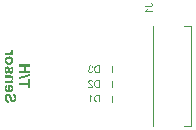
<source format=gbo>
G04*
G04 #@! TF.GenerationSoftware,Altium Limited,Altium Designer,20.0.13 (296)*
G04*
G04 Layer_Color=32896*
%FSLAX25Y25*%
%MOIN*%
G70*
G01*
G75*
%ADD11C,0.00197*%
%ADD24C,0.00394*%
G36*
X49665Y38334D02*
X49698Y38249D01*
X49724Y38170D01*
X49740Y38095D01*
X49747Y38062D01*
X49750Y38036D01*
X49753Y38010D01*
Y37987D01*
X49757Y37967D01*
Y37944D01*
X49753Y37878D01*
X49744Y37819D01*
X49727Y37767D01*
X49714Y37721D01*
X49698Y37682D01*
X49681Y37652D01*
X49671Y37636D01*
X49668Y37629D01*
X49652Y37603D01*
X49629Y37577D01*
X49576Y37524D01*
X49517Y37472D01*
X49455Y37422D01*
X49399Y37383D01*
X49373Y37363D01*
X49353Y37350D01*
X49334Y37337D01*
X49320Y37327D01*
X49310Y37324D01*
X49307Y37321D01*
X49698D01*
Y36648D01*
X46955D01*
Y37373D01*
X47802D01*
X47926D01*
X48041Y37377D01*
X48146Y37380D01*
X48238Y37383D01*
X48323Y37386D01*
X48399Y37393D01*
X48464Y37396D01*
X48520Y37403D01*
X48569Y37409D01*
X48612Y37413D01*
X48645Y37419D01*
X48671Y37422D01*
X48694Y37426D01*
X48707Y37429D01*
X48714Y37432D01*
X48717D01*
X48792Y37455D01*
X48858Y37482D01*
X48910Y37511D01*
X48953Y37537D01*
X48983Y37560D01*
X49005Y37580D01*
X49019Y37593D01*
X49022Y37596D01*
X49051Y37639D01*
X49071Y37682D01*
X49088Y37728D01*
X49097Y37767D01*
X49104Y37803D01*
X49107Y37829D01*
Y37855D01*
X49101Y37914D01*
X49088Y37977D01*
X49068Y38033D01*
X49048Y38085D01*
X49025Y38131D01*
X49005Y38167D01*
X48996Y38180D01*
X48992Y38190D01*
X48986Y38193D01*
Y38197D01*
X49619Y38423D01*
X49665Y38334D01*
D02*
G37*
G36*
X48445Y36110D02*
X48550Y36097D01*
X48654Y36078D01*
X48750Y36051D01*
X48838Y36022D01*
X48924Y35986D01*
X49002Y35950D01*
X49071Y35914D01*
X49133Y35878D01*
X49189Y35842D01*
X49238Y35805D01*
X49278Y35776D01*
X49307Y35750D01*
X49330Y35730D01*
X49347Y35717D01*
X49350Y35714D01*
X49422Y35638D01*
X49484Y35556D01*
X49540Y35471D01*
X49586Y35389D01*
X49625Y35304D01*
X49658Y35218D01*
X49684Y35136D01*
X49707Y35058D01*
X49724Y34982D01*
X49734Y34913D01*
X49744Y34854D01*
X49750Y34798D01*
X49753Y34756D01*
X49757Y34723D01*
Y34697D01*
X49753Y34621D01*
X49750Y34549D01*
X49727Y34411D01*
X49714Y34349D01*
X49701Y34287D01*
X49684Y34231D01*
X49668Y34179D01*
X49648Y34133D01*
X49632Y34090D01*
X49619Y34054D01*
X49606Y34024D01*
X49593Y33998D01*
X49583Y33982D01*
X49580Y33969D01*
X49576Y33965D01*
X49540Y33906D01*
X49504Y33851D01*
X49461Y33798D01*
X49422Y33749D01*
X49379Y33706D01*
X49337Y33664D01*
X49294Y33628D01*
X49251Y33591D01*
X49212Y33562D01*
X49176Y33536D01*
X49147Y33516D01*
X49117Y33496D01*
X49094Y33483D01*
X49078Y33473D01*
X49064Y33467D01*
X49061Y33464D01*
X48999Y33434D01*
X48933Y33404D01*
X48871Y33382D01*
X48809Y33362D01*
X48691Y33329D01*
X48638Y33319D01*
X48586Y33309D01*
X48536Y33303D01*
X48494Y33296D01*
X48458Y33293D01*
X48425Y33290D01*
X48399Y33286D01*
X48379D01*
X48366D01*
X48363D01*
X48277Y33290D01*
X48192Y33293D01*
X48113Y33303D01*
X48038Y33313D01*
X47966Y33329D01*
X47900Y33342D01*
X47841Y33359D01*
X47785Y33375D01*
X47733Y33391D01*
X47690Y33408D01*
X47651Y33424D01*
X47618Y33437D01*
X47592Y33447D01*
X47575Y33457D01*
X47562Y33460D01*
X47559Y33464D01*
X47500Y33500D01*
X47444Y33536D01*
X47392Y33578D01*
X47343Y33621D01*
X47297Y33664D01*
X47257Y33706D01*
X47221Y33749D01*
X47188Y33788D01*
X47159Y33828D01*
X47133Y33864D01*
X47110Y33896D01*
X47093Y33926D01*
X47077Y33949D01*
X47067Y33965D01*
X47064Y33979D01*
X47060Y33982D01*
X47031Y34047D01*
X47005Y34110D01*
X46982Y34175D01*
X46965Y34238D01*
X46933Y34359D01*
X46923Y34415D01*
X46913Y34470D01*
X46906Y34520D01*
X46903Y34562D01*
X46900Y34602D01*
X46896Y34635D01*
X46893Y34664D01*
Y34700D01*
X46896Y34812D01*
X46910Y34920D01*
X46929Y35022D01*
X46955Y35117D01*
X46988Y35205D01*
X47021Y35287D01*
X47057Y35366D01*
X47096Y35435D01*
X47136Y35497D01*
X47172Y35553D01*
X47205Y35599D01*
X47238Y35638D01*
X47264Y35671D01*
X47284Y35691D01*
X47297Y35707D01*
X47300Y35710D01*
X47379Y35783D01*
X47461Y35845D01*
X47546Y35897D01*
X47634Y35943D01*
X47720Y35983D01*
X47805Y36015D01*
X47890Y36042D01*
X47969Y36065D01*
X48044Y36081D01*
X48113Y36094D01*
X48172Y36101D01*
X48228Y36107D01*
X48271Y36110D01*
X48304Y36114D01*
X48313D01*
X48323D01*
X48327D01*
X48330D01*
X48445Y36110D01*
D02*
G37*
G36*
X55407Y32757D02*
X53918D01*
Y31264D01*
X55407D01*
Y30500D01*
X51625D01*
Y31264D01*
X53278D01*
Y32757D01*
X51625D01*
Y33521D01*
X55407D01*
Y32757D01*
D02*
G37*
G36*
X47874Y32814D02*
X47933Y32808D01*
X47989Y32798D01*
X48041Y32781D01*
X48090Y32765D01*
X48133Y32745D01*
X48172Y32726D01*
X48208Y32703D01*
X48241Y32683D01*
X48271Y32660D01*
X48294Y32640D01*
X48313Y32624D01*
X48330Y32607D01*
X48340Y32598D01*
X48346Y32591D01*
X48349Y32588D01*
X48386Y32542D01*
X48418Y32486D01*
X48451Y32427D01*
X48481Y32365D01*
X48536Y32230D01*
X48582Y32096D01*
X48602Y32034D01*
X48618Y31974D01*
X48635Y31919D01*
X48648Y31873D01*
X48658Y31833D01*
X48664Y31804D01*
X48671Y31784D01*
Y31778D01*
X48694Y31676D01*
X48717Y31584D01*
X48740Y31502D01*
X48759Y31430D01*
X48776Y31364D01*
X48792Y31312D01*
X48809Y31266D01*
X48822Y31227D01*
X48835Y31194D01*
X48845Y31164D01*
X48855Y31145D01*
X48861Y31128D01*
X48868Y31118D01*
X48871Y31112D01*
X48874Y31105D01*
X48897Y31082D01*
X48917Y31063D01*
X48940Y31049D01*
X48960Y31043D01*
X48979Y31036D01*
X48992Y31033D01*
X49002D01*
X49005D01*
X49038Y31036D01*
X49068Y31046D01*
X49094Y31059D01*
X49114Y31076D01*
X49130Y31089D01*
X49143Y31102D01*
X49150Y31112D01*
X49153Y31115D01*
X49166Y31141D01*
X49179Y31168D01*
X49199Y31233D01*
X49215Y31299D01*
X49225Y31368D01*
X49232Y31430D01*
Y31456D01*
X49235Y31479D01*
Y31525D01*
X49232Y31604D01*
X49222Y31676D01*
X49206Y31735D01*
X49192Y31784D01*
X49176Y31824D01*
X49160Y31850D01*
X49150Y31866D01*
X49147Y31873D01*
X49110Y31915D01*
X49074Y31951D01*
X49032Y31981D01*
X48992Y32004D01*
X48960Y32024D01*
X48930Y32034D01*
X48910Y32040D01*
X48907Y32043D01*
X48904D01*
X49032Y32726D01*
X49097Y32703D01*
X49156Y32680D01*
X49215Y32650D01*
X49268Y32621D01*
X49317Y32591D01*
X49360Y32558D01*
X49399Y32529D01*
X49435Y32496D01*
X49468Y32466D01*
X49498Y32437D01*
X49520Y32411D01*
X49540Y32391D01*
X49553Y32371D01*
X49563Y32358D01*
X49570Y32348D01*
X49573Y32345D01*
X49606Y32289D01*
X49635Y32230D01*
X49658Y32168D01*
X49678Y32099D01*
X49711Y31961D01*
X49734Y31827D01*
X49740Y31765D01*
X49747Y31705D01*
X49750Y31650D01*
X49753Y31604D01*
X49757Y31564D01*
Y31512D01*
X49753Y31404D01*
X49747Y31305D01*
X49734Y31214D01*
X49717Y31128D01*
X49701Y31049D01*
X49681Y30977D01*
X49658Y30912D01*
X49635Y30856D01*
X49612Y30803D01*
X49589Y30761D01*
X49570Y30722D01*
X49553Y30692D01*
X49537Y30669D01*
X49524Y30653D01*
X49517Y30643D01*
X49514Y30639D01*
X49468Y30590D01*
X49419Y30548D01*
X49370Y30512D01*
X49317Y30479D01*
X49268Y30452D01*
X49219Y30430D01*
X49169Y30410D01*
X49124Y30397D01*
X49081Y30384D01*
X49038Y30377D01*
X49005Y30371D01*
X48973Y30364D01*
X48950D01*
X48930Y30361D01*
X48917D01*
X48914D01*
X48842Y30364D01*
X48776Y30374D01*
X48710Y30390D01*
X48651Y30410D01*
X48595Y30436D01*
X48546Y30462D01*
X48500Y30492D01*
X48458Y30521D01*
X48422Y30551D01*
X48389Y30580D01*
X48359Y30607D01*
X48340Y30633D01*
X48320Y30653D01*
X48307Y30669D01*
X48300Y30679D01*
X48297Y30682D01*
X48284Y30705D01*
X48267Y30735D01*
X48238Y30797D01*
X48205Y30872D01*
X48176Y30954D01*
X48146Y31046D01*
X48117Y31138D01*
X48064Y31328D01*
X48038Y31417D01*
X48015Y31505D01*
X47995Y31584D01*
X47979Y31653D01*
X47972Y31686D01*
X47966Y31712D01*
X47959Y31735D01*
X47956Y31755D01*
X47953Y31771D01*
X47949Y31784D01*
X47946Y31791D01*
Y31794D01*
X47930Y31860D01*
X47913Y31912D01*
X47897Y31951D01*
X47880Y31984D01*
X47871Y32010D01*
X47861Y32024D01*
X47854Y32034D01*
X47851Y32037D01*
X47828Y32053D01*
X47805Y32066D01*
X47782Y32076D01*
X47762Y32083D01*
X47743Y32086D01*
X47726Y32089D01*
X47716D01*
X47713D01*
X47671Y32086D01*
X47631Y32073D01*
X47598Y32060D01*
X47572Y32040D01*
X47549Y32024D01*
X47533Y32007D01*
X47523Y31994D01*
X47520Y31991D01*
X47487Y31932D01*
X47461Y31866D01*
X47444Y31797D01*
X47431Y31728D01*
X47425Y31666D01*
X47421Y31640D01*
Y31617D01*
X47418Y31597D01*
Y31571D01*
X47421Y31479D01*
X47434Y31400D01*
X47451Y31332D01*
X47474Y31276D01*
X47493Y31233D01*
X47510Y31200D01*
X47523Y31181D01*
X47526Y31177D01*
Y31174D01*
X47572Y31125D01*
X47621Y31086D01*
X47677Y31053D01*
X47726Y31027D01*
X47776Y31010D01*
X47812Y30997D01*
X47828Y30994D01*
X47838Y30990D01*
X47844Y30987D01*
X47848D01*
X47736Y30259D01*
X47664Y30279D01*
X47598Y30305D01*
X47533Y30334D01*
X47474Y30367D01*
X47421Y30400D01*
X47369Y30436D01*
X47323Y30472D01*
X47280Y30508D01*
X47244Y30541D01*
X47211Y30574D01*
X47185Y30603D01*
X47162Y30630D01*
X47142Y30653D01*
X47129Y30669D01*
X47123Y30679D01*
X47120Y30682D01*
X47080Y30748D01*
X47044Y30813D01*
X47014Y30885D01*
X46988Y30961D01*
X46965Y31033D01*
X46949Y31108D01*
X46933Y31181D01*
X46923Y31250D01*
X46913Y31315D01*
X46906Y31378D01*
X46900Y31430D01*
X46896Y31479D01*
X46893Y31519D01*
Y31571D01*
X46896Y31683D01*
X46906Y31787D01*
X46919Y31886D01*
X46936Y31978D01*
X46955Y32060D01*
X46978Y32138D01*
X47001Y32207D01*
X47028Y32270D01*
X47054Y32322D01*
X47077Y32371D01*
X47100Y32411D01*
X47120Y32443D01*
X47136Y32470D01*
X47152Y32489D01*
X47159Y32499D01*
X47162Y32502D01*
X47215Y32558D01*
X47267Y32607D01*
X47323Y32650D01*
X47379Y32686D01*
X47434Y32716D01*
X47487Y32742D01*
X47539Y32762D01*
X47589Y32778D01*
X47634Y32791D01*
X47677Y32801D01*
X47716Y32808D01*
X47749Y32814D01*
X47776D01*
X47795Y32817D01*
X47808D01*
X47812D01*
X47874Y32814D01*
D02*
G37*
G36*
X55472Y29575D02*
X51559Y28640D01*
Y29172D01*
X55472Y30120D01*
Y29575D01*
D02*
G37*
G36*
X48769Y29774D02*
X48818D01*
X48868Y29770D01*
X48910Y29767D01*
X48950Y29764D01*
X48986Y29760D01*
X49019Y29757D01*
X49048Y29751D01*
X49074Y29747D01*
X49094Y29744D01*
X49110Y29741D01*
X49127Y29737D01*
X49137D01*
X49140Y29734D01*
X49143D01*
X49206Y29718D01*
X49265Y29695D01*
X49314Y29672D01*
X49360Y29649D01*
X49396Y29626D01*
X49425Y29610D01*
X49442Y29596D01*
X49448Y29593D01*
X49498Y29550D01*
X49540Y29505D01*
X49576Y29452D01*
X49609Y29403D01*
X49635Y29360D01*
X49652Y29324D01*
X49658Y29311D01*
X49665Y29301D01*
X49668Y29295D01*
Y29291D01*
X49698Y29216D01*
X49720Y29140D01*
X49734Y29068D01*
X49747Y29000D01*
X49753Y28940D01*
Y28918D01*
X49757Y28894D01*
Y28855D01*
X49750Y28757D01*
X49737Y28662D01*
X49714Y28570D01*
X49684Y28484D01*
X49648Y28406D01*
X49609Y28330D01*
X49570Y28262D01*
X49527Y28199D01*
X49481Y28143D01*
X49442Y28094D01*
X49402Y28052D01*
X49366Y28019D01*
X49337Y27989D01*
X49314Y27970D01*
X49301Y27956D01*
X49294Y27953D01*
X49698D01*
Y27281D01*
X46955D01*
Y28006D01*
X48195D01*
X48277D01*
X48353Y28009D01*
X48425Y28012D01*
X48487Y28016D01*
X48546Y28019D01*
X48595Y28022D01*
X48641Y28029D01*
X48684Y28032D01*
X48717Y28038D01*
X48746Y28042D01*
X48773Y28045D01*
X48792Y28052D01*
X48805Y28055D01*
X48818D01*
X48822Y28058D01*
X48825D01*
X48887Y28084D01*
X48940Y28114D01*
X48986Y28147D01*
X49025Y28179D01*
X49055Y28212D01*
X49078Y28238D01*
X49094Y28255D01*
X49097Y28262D01*
X49133Y28321D01*
X49160Y28380D01*
X49176Y28435D01*
X49189Y28488D01*
X49196Y28534D01*
X49202Y28570D01*
Y28603D01*
X49199Y28655D01*
X49189Y28704D01*
X49179Y28747D01*
X49166Y28783D01*
X49150Y28813D01*
X49140Y28832D01*
X49130Y28849D01*
X49127Y28852D01*
X49097Y28888D01*
X49064Y28921D01*
X49032Y28947D01*
X48999Y28967D01*
X48969Y28983D01*
X48946Y28993D01*
X48930Y29000D01*
X48924Y29003D01*
X48897Y29013D01*
X48861Y29019D01*
X48822Y29026D01*
X48779Y29032D01*
X48687Y29039D01*
X48589Y29045D01*
X48543Y29049D01*
X48500D01*
X48461Y29052D01*
X48425D01*
X48395D01*
X48372D01*
X48359D01*
X48353D01*
X46955D01*
Y29777D01*
X48658D01*
X48717D01*
X48769Y29774D01*
D02*
G37*
G36*
X55407Y25534D02*
X54767D01*
Y26656D01*
X51625D01*
Y27420D01*
X54767D01*
Y28539D01*
X55407D01*
Y25534D01*
D02*
G37*
G36*
X48408Y26684D02*
X48540Y26667D01*
X48661Y26644D01*
X48769Y26621D01*
X48871Y26592D01*
X48963Y26559D01*
X49045Y26530D01*
X49117Y26497D01*
X49179Y26464D01*
X49232Y26434D01*
X49274Y26408D01*
X49307Y26385D01*
X49330Y26369D01*
X49347Y26356D01*
X49350Y26353D01*
X49422Y26284D01*
X49484Y26212D01*
X49540Y26133D01*
X49586Y26054D01*
X49625Y25972D01*
X49658Y25893D01*
X49684Y25815D01*
X49707Y25739D01*
X49724Y25667D01*
X49734Y25601D01*
X49744Y25542D01*
X49750Y25490D01*
X49753Y25447D01*
X49757Y25414D01*
Y25388D01*
X49753Y25290D01*
X49740Y25195D01*
X49720Y25103D01*
X49698Y25021D01*
X49668Y24939D01*
X49635Y24867D01*
X49599Y24798D01*
X49563Y24735D01*
X49527Y24680D01*
X49491Y24631D01*
X49458Y24588D01*
X49429Y24555D01*
X49406Y24526D01*
X49386Y24506D01*
X49373Y24493D01*
X49370Y24489D01*
X49294Y24427D01*
X49212Y24371D01*
X49127Y24326D01*
X49038Y24286D01*
X48950Y24250D01*
X48861Y24220D01*
X48776Y24198D01*
X48691Y24181D01*
X48612Y24165D01*
X48540Y24155D01*
X48474Y24145D01*
X48415Y24142D01*
X48369Y24138D01*
X48333Y24135D01*
X48320D01*
X48310D01*
X48307D01*
X48304D01*
X48199Y24138D01*
X48100Y24148D01*
X48005Y24161D01*
X47916Y24178D01*
X47831Y24198D01*
X47752Y24220D01*
X47684Y24243D01*
X47618Y24270D01*
X47559Y24296D01*
X47506Y24319D01*
X47464Y24342D01*
X47428Y24362D01*
X47398Y24378D01*
X47375Y24394D01*
X47362Y24401D01*
X47359Y24404D01*
X47277Y24473D01*
X47205Y24548D01*
X47142Y24631D01*
X47090Y24716D01*
X47044Y24801D01*
X47008Y24890D01*
X46975Y24978D01*
X46952Y25060D01*
X46933Y25142D01*
X46919Y25218D01*
X46906Y25283D01*
X46900Y25342D01*
X46896Y25392D01*
Y25411D01*
X46893Y25431D01*
Y25460D01*
X46896Y25542D01*
X46903Y25621D01*
X46913Y25697D01*
X46926Y25769D01*
X46942Y25834D01*
X46959Y25897D01*
X46978Y25952D01*
X46998Y26005D01*
X47014Y26051D01*
X47034Y26093D01*
X47051Y26129D01*
X47067Y26159D01*
X47080Y26182D01*
X47090Y26198D01*
X47096Y26208D01*
X47100Y26212D01*
X47139Y26267D01*
X47185Y26316D01*
X47231Y26366D01*
X47284Y26408D01*
X47333Y26448D01*
X47382Y26484D01*
X47431Y26517D01*
X47480Y26546D01*
X47526Y26572D01*
X47569Y26595D01*
X47608Y26612D01*
X47641Y26628D01*
X47667Y26638D01*
X47690Y26648D01*
X47703Y26654D01*
X47707D01*
X47828Y25933D01*
X47756Y25906D01*
X47693Y25880D01*
X47641Y25851D01*
X47598Y25821D01*
X47566Y25795D01*
X47543Y25775D01*
X47530Y25762D01*
X47526Y25756D01*
X47497Y25710D01*
X47474Y25664D01*
X47457Y25615D01*
X47447Y25569D01*
X47441Y25529D01*
X47434Y25500D01*
Y25470D01*
X47438Y25424D01*
X47441Y25382D01*
X47461Y25300D01*
X47490Y25227D01*
X47523Y25168D01*
X47556Y25119D01*
X47572Y25100D01*
X47585Y25083D01*
X47595Y25070D01*
X47605Y25060D01*
X47608Y25057D01*
X47611Y25054D01*
X47648Y25024D01*
X47684Y24998D01*
X47726Y24975D01*
X47766Y24955D01*
X47851Y24926D01*
X47933Y24903D01*
X47969Y24896D01*
X48005Y24890D01*
X48035Y24886D01*
X48064Y24883D01*
X48087D01*
X48103Y24880D01*
X48113D01*
X48117D01*
Y26694D01*
X48267D01*
X48408Y26684D01*
D02*
G37*
G36*
X48186Y23702D02*
X48245Y23696D01*
X48304Y23686D01*
X48356Y23673D01*
X48405Y23660D01*
X48451Y23647D01*
X48491Y23633D01*
X48530Y23620D01*
X48563Y23607D01*
X48592Y23594D01*
X48615Y23581D01*
X48632Y23571D01*
X48648Y23564D01*
X48654Y23561D01*
X48658Y23558D01*
X48743Y23496D01*
X48822Y23430D01*
X48887Y23358D01*
X48940Y23292D01*
X48986Y23230D01*
X49002Y23204D01*
X49015Y23184D01*
X49028Y23164D01*
X49035Y23151D01*
X49042Y23141D01*
Y23138D01*
X49068Y23086D01*
X49094Y23027D01*
X49120Y22964D01*
X49143Y22899D01*
X49189Y22761D01*
X49232Y22626D01*
X49248Y22564D01*
X49265Y22505D01*
X49278Y22453D01*
X49291Y22407D01*
X49301Y22367D01*
X49307Y22338D01*
X49314Y22321D01*
Y22315D01*
X49337Y22216D01*
X49363Y22125D01*
X49386Y22043D01*
X49409Y21970D01*
X49432Y21905D01*
X49452Y21849D01*
X49471Y21797D01*
X49491Y21754D01*
X49507Y21718D01*
X49520Y21688D01*
X49534Y21662D01*
X49547Y21646D01*
X49553Y21629D01*
X49560Y21620D01*
X49566Y21616D01*
Y21613D01*
X49602Y21577D01*
X49642Y21547D01*
X49681Y21528D01*
X49717Y21515D01*
X49750Y21508D01*
X49773Y21505D01*
X49789Y21501D01*
X49796D01*
X49848Y21508D01*
X49894Y21521D01*
X49937Y21538D01*
X49970Y21560D01*
X49996Y21583D01*
X50016Y21600D01*
X50029Y21613D01*
X50032Y21620D01*
X50055Y21656D01*
X50078Y21698D01*
X50111Y21780D01*
X50137Y21869D01*
X50153Y21951D01*
X50160Y21990D01*
X50163Y22026D01*
X50167Y22059D01*
Y22085D01*
X50170Y22108D01*
Y22200D01*
X50163Y22253D01*
X50157Y22305D01*
X50150Y22351D01*
X50140Y22397D01*
X50130Y22436D01*
X50117Y22472D01*
X50108Y22502D01*
X50094Y22531D01*
X50081Y22554D01*
X50072Y22577D01*
X50062Y22594D01*
X50055Y22607D01*
X50049Y22617D01*
X50042Y22620D01*
Y22623D01*
X50016Y22653D01*
X49986Y22679D01*
X49924Y22725D01*
X49852Y22764D01*
X49783Y22790D01*
X49720Y22813D01*
X49694Y22820D01*
X49671Y22827D01*
X49652Y22830D01*
X49635Y22833D01*
X49625Y22836D01*
X49622D01*
X49655Y23601D01*
X49750Y23594D01*
X49842Y23578D01*
X49927Y23558D01*
X50006Y23532D01*
X50078Y23502D01*
X50147Y23473D01*
X50209Y23437D01*
X50268Y23404D01*
X50318Y23368D01*
X50363Y23335D01*
X50400Y23305D01*
X50432Y23276D01*
X50455Y23253D01*
X50475Y23236D01*
X50485Y23223D01*
X50488Y23220D01*
X50544Y23148D01*
X50593Y23073D01*
X50636Y22987D01*
X50672Y22902D01*
X50701Y22813D01*
X50727Y22725D01*
X50747Y22636D01*
X50764Y22551D01*
X50777Y22469D01*
X50787Y22394D01*
X50793Y22325D01*
X50800Y22266D01*
Y22216D01*
X50803Y22197D01*
Y22069D01*
X50796Y21990D01*
X50790Y21918D01*
X50783Y21846D01*
X50773Y21780D01*
X50760Y21721D01*
X50747Y21662D01*
X50737Y21613D01*
X50724Y21564D01*
X50711Y21524D01*
X50701Y21488D01*
X50688Y21459D01*
X50682Y21436D01*
X50675Y21416D01*
X50668Y21406D01*
Y21403D01*
X50642Y21347D01*
X50616Y21295D01*
X50583Y21246D01*
X50554Y21200D01*
X50521Y21157D01*
X50488Y21118D01*
X50459Y21082D01*
X50429Y21052D01*
X50400Y21023D01*
X50373Y21000D01*
X50347Y20977D01*
X50327Y20960D01*
X50308Y20947D01*
X50295Y20937D01*
X50288Y20934D01*
X50285Y20931D01*
X50239Y20901D01*
X50190Y20878D01*
X50144Y20855D01*
X50094Y20839D01*
X50006Y20809D01*
X49924Y20790D01*
X49885Y20783D01*
X49852Y20780D01*
X49822Y20776D01*
X49796Y20773D01*
X49776Y20770D01*
X49760D01*
X49750D01*
X49747D01*
X49665Y20773D01*
X49586Y20786D01*
X49511Y20803D01*
X49438Y20826D01*
X49373Y20852D01*
X49307Y20881D01*
X49251Y20911D01*
X49199Y20944D01*
X49150Y20977D01*
X49107Y21006D01*
X49071Y21036D01*
X49042Y21062D01*
X49019Y21085D01*
X48999Y21101D01*
X48989Y21114D01*
X48986Y21118D01*
X48946Y21167D01*
X48907Y21226D01*
X48868Y21288D01*
X48835Y21357D01*
X48769Y21498D01*
X48717Y21639D01*
X48691Y21708D01*
X48671Y21770D01*
X48654Y21826D01*
X48638Y21879D01*
X48628Y21918D01*
X48618Y21951D01*
X48615Y21970D01*
X48612Y21974D01*
Y21977D01*
X48592Y22062D01*
X48572Y22141D01*
X48553Y22213D01*
X48536Y22275D01*
X48520Y22331D01*
X48507Y22380D01*
X48497Y22426D01*
X48487Y22462D01*
X48477Y22495D01*
X48468Y22522D01*
X48461Y22544D01*
X48458Y22561D01*
X48454Y22574D01*
X48451Y22584D01*
X48448Y22590D01*
X48422Y22659D01*
X48392Y22715D01*
X48366Y22764D01*
X48340Y22804D01*
X48317Y22830D01*
X48300Y22850D01*
X48287Y22863D01*
X48284Y22866D01*
X48248Y22892D01*
X48208Y22912D01*
X48169Y22925D01*
X48133Y22935D01*
X48103Y22941D01*
X48077Y22945D01*
X48061D01*
X48054D01*
X48015Y22941D01*
X47979Y22938D01*
X47943Y22928D01*
X47910Y22915D01*
X47848Y22886D01*
X47795Y22853D01*
X47752Y22817D01*
X47720Y22787D01*
X47707Y22774D01*
X47697Y22764D01*
X47693Y22761D01*
X47690Y22758D01*
X47664Y22722D01*
X47641Y22679D01*
X47602Y22590D01*
X47575Y22499D01*
X47556Y22410D01*
X47549Y22367D01*
X47546Y22328D01*
X47539Y22292D01*
Y22262D01*
X47536Y22236D01*
Y22200D01*
X47539Y22138D01*
X47543Y22075D01*
X47552Y22020D01*
X47562Y21967D01*
X47575Y21918D01*
X47592Y21872D01*
X47608Y21829D01*
X47625Y21793D01*
X47638Y21760D01*
X47654Y21731D01*
X47671Y21705D01*
X47684Y21685D01*
X47693Y21669D01*
X47703Y21656D01*
X47707Y21649D01*
X47710Y21646D01*
X47746Y21610D01*
X47782Y21577D01*
X47871Y21518D01*
X47959Y21472D01*
X48051Y21436D01*
X48094Y21419D01*
X48133Y21410D01*
X48169Y21400D01*
X48199Y21390D01*
X48225Y21383D01*
X48245Y21380D01*
X48258Y21377D01*
X48261D01*
X48189Y20632D01*
X48074Y20649D01*
X47966Y20672D01*
X47864Y20701D01*
X47769Y20734D01*
X47684Y20770D01*
X47602Y20809D01*
X47530Y20849D01*
X47467Y20888D01*
X47408Y20927D01*
X47359Y20964D01*
X47316Y20996D01*
X47284Y21026D01*
X47257Y21052D01*
X47238Y21072D01*
X47224Y21085D01*
X47221Y21088D01*
X47162Y21164D01*
X47113Y21246D01*
X47067Y21334D01*
X47031Y21423D01*
X46998Y21515D01*
X46972Y21610D01*
X46949Y21698D01*
X46933Y21787D01*
X46916Y21869D01*
X46906Y21948D01*
X46900Y22016D01*
X46896Y22075D01*
X46893Y22125D01*
X46890Y22144D01*
Y22194D01*
X46893Y22285D01*
X46896Y22371D01*
X46903Y22453D01*
X46913Y22528D01*
X46923Y22600D01*
X46933Y22669D01*
X46946Y22731D01*
X46959Y22787D01*
X46972Y22840D01*
X46985Y22882D01*
X46995Y22922D01*
X47005Y22954D01*
X47014Y22981D01*
X47021Y22997D01*
X47028Y23010D01*
Y23013D01*
X47054Y23073D01*
X47087Y23132D01*
X47116Y23184D01*
X47152Y23233D01*
X47185Y23279D01*
X47221Y23322D01*
X47257Y23358D01*
X47290Y23394D01*
X47323Y23424D01*
X47352Y23450D01*
X47379Y23473D01*
X47402Y23492D01*
X47421Y23505D01*
X47434Y23515D01*
X47444Y23522D01*
X47447Y23525D01*
X47500Y23558D01*
X47556Y23587D01*
X47611Y23610D01*
X47664Y23630D01*
X47766Y23663D01*
X47815Y23676D01*
X47861Y23686D01*
X47900Y23692D01*
X47940Y23699D01*
X47972Y23702D01*
X48002Y23706D01*
X48025Y23709D01*
X48044D01*
X48054D01*
X48058D01*
X48123D01*
X48186Y23702D01*
D02*
G37*
G36*
X75658Y33111D02*
X75710Y33106D01*
X75760Y33098D01*
X75808Y33087D01*
X75852Y33074D01*
X75893Y33058D01*
X75930Y33043D01*
X75965Y33028D01*
X75996Y33010D01*
X76024Y32995D01*
X76046Y32980D01*
X76065Y32967D01*
X76083Y32956D01*
X76094Y32947D01*
X76100Y32943D01*
X76102Y32941D01*
X76137Y32908D01*
X76170Y32871D01*
X76200Y32834D01*
X76227Y32794D01*
X76251Y32753D01*
X76270Y32714D01*
X76290Y32675D01*
X76305Y32638D01*
X76318Y32601D01*
X76329Y32568D01*
X76338Y32537D01*
X76347Y32511D01*
X76351Y32491D01*
X76355Y32474D01*
X76357Y32465D01*
Y32461D01*
X76048Y32406D01*
X76041Y32448D01*
X76033Y32487D01*
X76022Y32522D01*
X76011Y32555D01*
X75998Y32585D01*
X75985Y32614D01*
X75972Y32640D01*
X75959Y32662D01*
X75948Y32681D01*
X75934Y32699D01*
X75924Y32714D01*
X75915Y32725D01*
X75906Y32736D01*
X75900Y32742D01*
X75898Y32744D01*
X75895Y32747D01*
X75871Y32766D01*
X75847Y32784D01*
X75823Y32799D01*
X75797Y32812D01*
X75747Y32832D01*
X75701Y32847D01*
X75660Y32853D01*
X75642Y32856D01*
X75627Y32858D01*
X75614Y32860D01*
X75597D01*
X75564Y32858D01*
X75531Y32856D01*
X75475Y32842D01*
X75422Y32825D01*
X75381Y32803D01*
X75361Y32792D01*
X75346Y32781D01*
X75333Y32773D01*
X75322Y32764D01*
X75311Y32757D01*
X75305Y32751D01*
X75302Y32749D01*
X75300Y32747D01*
X75280Y32725D01*
X75261Y32703D01*
X75246Y32679D01*
X75233Y32657D01*
X75213Y32609D01*
X75200Y32566D01*
X75191Y32526D01*
X75189Y32509D01*
X75187Y32496D01*
X75185Y32483D01*
Y32474D01*
Y32470D01*
Y32467D01*
X75187Y32428D01*
X75191Y32391D01*
X75200Y32359D01*
X75209Y32326D01*
X75222Y32298D01*
X75235Y32271D01*
X75248Y32250D01*
X75263Y32228D01*
X75278Y32208D01*
X75291Y32193D01*
X75305Y32180D01*
X75318Y32169D01*
X75326Y32160D01*
X75335Y32154D01*
X75339Y32151D01*
X75342Y32149D01*
X75372Y32132D01*
X75403Y32117D01*
X75464Y32090D01*
X75523Y32073D01*
X75577Y32060D01*
X75601Y32056D01*
X75625Y32053D01*
X75645Y32049D01*
X75662D01*
X75675Y32047D01*
X75710D01*
X75727Y32049D01*
X75740Y32051D01*
X75745D01*
X75780Y31781D01*
X75732Y31792D01*
X75690Y31800D01*
X75653Y31805D01*
X75621Y31809D01*
X75597Y31811D01*
X75577Y31813D01*
X75562D01*
X75523Y31811D01*
X75485Y31807D01*
X75451Y31800D01*
X75416Y31792D01*
X75385Y31781D01*
X75357Y31770D01*
X75328Y31757D01*
X75305Y31746D01*
X75283Y31733D01*
X75263Y31720D01*
X75248Y31709D01*
X75233Y31698D01*
X75224Y31689D01*
X75215Y31683D01*
X75211Y31678D01*
X75209Y31676D01*
X75185Y31650D01*
X75163Y31622D01*
X75143Y31593D01*
X75128Y31563D01*
X75115Y31534D01*
X75104Y31504D01*
X75086Y31449D01*
X75080Y31423D01*
X75076Y31399D01*
X75073Y31380D01*
X75071Y31360D01*
X75069Y31345D01*
Y31334D01*
Y31327D01*
Y31325D01*
X75071Y31284D01*
X75076Y31245D01*
X75082Y31207D01*
X75093Y31173D01*
X75104Y31140D01*
X75117Y31109D01*
X75130Y31081D01*
X75143Y31055D01*
X75159Y31033D01*
X75172Y31011D01*
X75185Y30994D01*
X75195Y30979D01*
X75206Y30968D01*
X75213Y30959D01*
X75217Y30955D01*
X75220Y30952D01*
X75248Y30926D01*
X75278Y30902D01*
X75309Y30883D01*
X75339Y30865D01*
X75372Y30850D01*
X75403Y30839D01*
X75431Y30828D01*
X75459Y30822D01*
X75488Y30815D01*
X75512Y30811D01*
X75533Y30806D01*
X75551Y30804D01*
X75566Y30802D01*
X75588D01*
X75621Y30804D01*
X75653Y30806D01*
X75714Y30819D01*
X75767Y30839D01*
X75813Y30861D01*
X75832Y30870D01*
X75849Y30880D01*
X75865Y30891D01*
X75876Y30900D01*
X75887Y30907D01*
X75893Y30913D01*
X75898Y30915D01*
X75900Y30918D01*
X75921Y30942D01*
X75943Y30968D01*
X75963Y30996D01*
X75980Y31027D01*
X76011Y31088D01*
X76037Y31151D01*
X76046Y31179D01*
X76054Y31207D01*
X76063Y31231D01*
X76068Y31253D01*
X76072Y31273D01*
X76076Y31286D01*
X76078Y31295D01*
Y31297D01*
X76388Y31255D01*
X76379Y31199D01*
X76368Y31144D01*
X76353Y31092D01*
X76336Y31044D01*
X76316Y30998D01*
X76296Y30955D01*
X76275Y30918D01*
X76253Y30883D01*
X76231Y30850D01*
X76209Y30822D01*
X76192Y30800D01*
X76174Y30780D01*
X76159Y30763D01*
X76148Y30752D01*
X76142Y30745D01*
X76139Y30743D01*
X76098Y30708D01*
X76052Y30678D01*
X76009Y30652D01*
X75961Y30630D01*
X75915Y30610D01*
X75869Y30595D01*
X75826Y30582D01*
X75782Y30571D01*
X75743Y30564D01*
X75706Y30558D01*
X75673Y30553D01*
X75645Y30549D01*
X75623D01*
X75605Y30547D01*
X75590D01*
X75523Y30549D01*
X75459Y30558D01*
X75398Y30569D01*
X75342Y30582D01*
X75287Y30599D01*
X75237Y30619D01*
X75191Y30639D01*
X75150Y30660D01*
X75113Y30682D01*
X75080Y30702D01*
X75052Y30721D01*
X75028Y30739D01*
X75008Y30752D01*
X74995Y30765D01*
X74986Y30771D01*
X74984Y30774D01*
X74940Y30817D01*
X74903Y30863D01*
X74873Y30911D01*
X74844Y30957D01*
X74821Y31005D01*
X74801Y31051D01*
X74786Y31096D01*
X74773Y31138D01*
X74762Y31179D01*
X74755Y31216D01*
X74749Y31249D01*
X74746Y31277D01*
X74744Y31299D01*
X74742Y31317D01*
Y31327D01*
Y31332D01*
X74744Y31378D01*
X74746Y31419D01*
X74753Y31460D01*
X74762Y31497D01*
X74770Y31534D01*
X74781Y31567D01*
X74792Y31598D01*
X74803Y31626D01*
X74816Y31652D01*
X74827Y31674D01*
X74838Y31692D01*
X74847Y31709D01*
X74855Y31720D01*
X74862Y31731D01*
X74864Y31735D01*
X74866Y31737D01*
X74890Y31766D01*
X74916Y31792D01*
X74945Y31818D01*
X74973Y31840D01*
X75002Y31859D01*
X75030Y31877D01*
X75086Y31905D01*
X75113Y31916D01*
X75137Y31927D01*
X75159Y31933D01*
X75176Y31940D01*
X75191Y31944D01*
X75202Y31949D01*
X75211Y31951D01*
X75213D01*
X75154Y31984D01*
X75102Y32016D01*
X75056Y32053D01*
X75021Y32086D01*
X74993Y32117D01*
X74971Y32140D01*
X74964Y32149D01*
X74960Y32156D01*
X74956Y32160D01*
Y32162D01*
X74925Y32215D01*
X74903Y32265D01*
X74888Y32315D01*
X74877Y32361D01*
X74871Y32400D01*
X74869Y32417D01*
Y32433D01*
X74866Y32444D01*
Y32452D01*
Y32457D01*
Y32459D01*
Y32491D01*
X74871Y32522D01*
X74882Y32583D01*
X74897Y32638D01*
X74912Y32686D01*
X74921Y32707D01*
X74929Y32727D01*
X74938Y32742D01*
X74945Y32757D01*
X74951Y32768D01*
X74956Y32777D01*
X74958Y32781D01*
X74960Y32784D01*
X74997Y32838D01*
X75041Y32886D01*
X75084Y32928D01*
X75126Y32960D01*
X75165Y32989D01*
X75180Y33000D01*
X75195Y33008D01*
X75206Y33015D01*
X75215Y33019D01*
X75222Y33023D01*
X75224D01*
X75289Y33054D01*
X75355Y33076D01*
X75420Y33091D01*
X75479Y33102D01*
X75505Y33106D01*
X75529Y33108D01*
X75551Y33111D01*
X75568D01*
X75584Y33113D01*
X75603D01*
X75658Y33111D01*
D02*
G37*
G36*
X78801Y30591D02*
X77896D01*
X77814Y30593D01*
X77737Y30597D01*
X77702Y30599D01*
X77668Y30604D01*
X77637Y30608D01*
X77609Y30612D01*
X77583Y30615D01*
X77561Y30619D01*
X77541Y30623D01*
X77524Y30625D01*
X77511Y30628D01*
X77502Y30630D01*
X77495Y30632D01*
X77493D01*
X77430Y30649D01*
X77371Y30671D01*
X77321Y30691D01*
X77277Y30713D01*
X77258Y30721D01*
X77240Y30730D01*
X77227Y30739D01*
X77214Y30745D01*
X77205Y30750D01*
X77199Y30754D01*
X77195Y30758D01*
X77192D01*
X77147Y30791D01*
X77105Y30828D01*
X77066Y30867D01*
X77031Y30902D01*
X77003Y30935D01*
X76981Y30961D01*
X76974Y30972D01*
X76968Y30979D01*
X76966Y30983D01*
X76964Y30985D01*
X76926Y31042D01*
X76891Y31105D01*
X76863Y31166D01*
X76837Y31223D01*
X76828Y31249D01*
X76817Y31275D01*
X76811Y31297D01*
X76804Y31314D01*
X76798Y31330D01*
X76793Y31343D01*
X76791Y31349D01*
Y31351D01*
X76770Y31436D01*
X76752Y31524D01*
X76741Y31611D01*
X76735Y31650D01*
X76732Y31689D01*
X76730Y31724D01*
X76728Y31757D01*
X76726Y31787D01*
X76724Y31811D01*
Y31831D01*
Y31846D01*
Y31857D01*
Y31859D01*
Y31920D01*
X76728Y31981D01*
X76732Y32040D01*
X76739Y32095D01*
X76748Y32147D01*
X76756Y32195D01*
X76765Y32241D01*
X76774Y32284D01*
X76783Y32322D01*
X76791Y32356D01*
X76800Y32385D01*
X76809Y32411D01*
X76815Y32430D01*
X76820Y32446D01*
X76822Y32454D01*
X76824Y32457D01*
X76844Y32505D01*
X76865Y32550D01*
X76887Y32594D01*
X76911Y32633D01*
X76935Y32673D01*
X76961Y32707D01*
X76985Y32740D01*
X77009Y32771D01*
X77031Y32797D01*
X77053Y32818D01*
X77070Y32840D01*
X77088Y32856D01*
X77101Y32869D01*
X77112Y32877D01*
X77118Y32884D01*
X77121Y32886D01*
X77179Y32932D01*
X77242Y32969D01*
X77304Y33002D01*
X77362Y33026D01*
X77389Y33037D01*
X77413Y33045D01*
X77434Y33052D01*
X77452Y33058D01*
X77467Y33063D01*
X77480Y33065D01*
X77487Y33067D01*
X77489D01*
X77519Y33074D01*
X77552Y33080D01*
X77624Y33089D01*
X77698Y33095D01*
X77770Y33100D01*
X77805Y33102D01*
X77836D01*
X77864Y33104D01*
X78801D01*
Y30591D01*
D02*
G37*
G36*
X95658Y53978D02*
X95719Y53969D01*
X95774Y53961D01*
X95824Y53948D01*
X95872Y53932D01*
X95913Y53917D01*
X95951Y53902D01*
X95983Y53886D01*
X96012Y53869D01*
X96038Y53856D01*
X96057Y53843D01*
X96073Y53830D01*
X96083Y53821D01*
X96090Y53817D01*
X96092Y53815D01*
X96125Y53780D01*
X96155Y53743D01*
X96179Y53701D01*
X96201Y53660D01*
X96221Y53618D01*
X96236Y53577D01*
X96247Y53535D01*
X96258Y53494D01*
X96267Y53457D01*
X96271Y53420D01*
X96275Y53389D01*
X96280Y53361D01*
Y53339D01*
X96282Y53322D01*
Y53307D01*
X96277Y53226D01*
X96269Y53152D01*
X96260Y53117D01*
X96254Y53086D01*
X96245Y53056D01*
X96236Y53030D01*
X96229Y53004D01*
X96221Y52982D01*
X96212Y52964D01*
X96206Y52947D01*
X96201Y52936D01*
X96197Y52925D01*
X96192Y52921D01*
Y52919D01*
X96155Y52860D01*
X96112Y52812D01*
X96068Y52768D01*
X96027Y52736D01*
X95987Y52709D01*
X95972Y52698D01*
X95957Y52692D01*
X95946Y52685D01*
X95935Y52681D01*
X95931Y52677D01*
X95929D01*
X95894Y52663D01*
X95857Y52650D01*
X95778Y52631D01*
X95698Y52618D01*
X95619Y52607D01*
X95582Y52605D01*
X95549Y52602D01*
X95519Y52600D01*
X95493D01*
X95471Y52598D01*
X95453D01*
X95445D01*
X95440D01*
X93727D01*
Y52932D01*
X95458D01*
X95497D01*
X95534Y52934D01*
X95567D01*
X95597Y52936D01*
X95626Y52940D01*
X95652Y52943D01*
X95676Y52945D01*
X95698Y52949D01*
X95715Y52951D01*
X95730Y52956D01*
X95743Y52958D01*
X95754Y52960D01*
X95763Y52962D01*
X95770Y52964D01*
X95772Y52966D01*
X95774D01*
X95809Y52982D01*
X95839Y53001D01*
X95865Y53021D01*
X95887Y53043D01*
X95905Y53062D01*
X95918Y53078D01*
X95926Y53089D01*
X95929Y53093D01*
X95948Y53128D01*
X95961Y53165D01*
X95972Y53200D01*
X95979Y53235D01*
X95983Y53263D01*
X95985Y53287D01*
Y53309D01*
X95983Y53339D01*
X95981Y53370D01*
X95968Y53422D01*
X95953Y53468D01*
X95933Y53505D01*
X95913Y53535D01*
X95896Y53557D01*
X95889Y53564D01*
X95885Y53570D01*
X95883Y53573D01*
X95881Y53575D01*
X95859Y53592D01*
X95833Y53607D01*
X95804Y53620D01*
X95774Y53631D01*
X95709Y53651D01*
X95643Y53664D01*
X95613Y53668D01*
X95582Y53673D01*
X95556Y53675D01*
X95532Y53677D01*
X95512Y53679D01*
X95499Y53682D01*
X95488D01*
X95486D01*
X95527Y53982D01*
X95595D01*
X95658Y53978D01*
D02*
G37*
G36*
X94627Y51890D02*
X94601Y51833D01*
X94575Y51778D01*
X94549Y51728D01*
X94538Y51706D01*
X94525Y51685D01*
X94516Y51667D01*
X94507Y51652D01*
X94501Y51639D01*
X94494Y51630D01*
X94492Y51624D01*
X94490Y51622D01*
X94451Y51556D01*
X94411Y51499D01*
X94374Y51449D01*
X94344Y51406D01*
X94328Y51388D01*
X94315Y51373D01*
X94305Y51360D01*
X94294Y51347D01*
X94287Y51338D01*
X94281Y51332D01*
X94278Y51329D01*
X94276Y51327D01*
X96240D01*
Y51018D01*
X93718D01*
Y51218D01*
X93749Y51233D01*
X93779Y51253D01*
X93840Y51294D01*
X93897Y51340D01*
X93949Y51386D01*
X93971Y51408D01*
X93993Y51427D01*
X94010Y51445D01*
X94025Y51460D01*
X94039Y51475D01*
X94047Y51484D01*
X94054Y51491D01*
X94056Y51493D01*
X94117Y51567D01*
X94174Y51645D01*
X94224Y51722D01*
X94248Y51757D01*
X94267Y51792D01*
X94287Y51824D01*
X94302Y51853D01*
X94318Y51879D01*
X94328Y51901D01*
X94337Y51918D01*
X94344Y51933D01*
X94348Y51942D01*
X94350Y51944D01*
X94649D01*
X94627Y51890D01*
D02*
G37*
G36*
X75444Y23282D02*
X75464Y23252D01*
X75505Y23191D01*
X75551Y23134D01*
X75597Y23082D01*
X75618Y23060D01*
X75638Y23038D01*
X75656Y23021D01*
X75671Y23005D01*
X75686Y22992D01*
X75695Y22984D01*
X75701Y22977D01*
X75703Y22975D01*
X75778Y22914D01*
X75856Y22857D01*
X75932Y22807D01*
X75967Y22783D01*
X76002Y22763D01*
X76035Y22744D01*
X76063Y22729D01*
X76089Y22713D01*
X76111Y22702D01*
X76129Y22694D01*
X76144Y22687D01*
X76152Y22683D01*
X76155Y22681D01*
Y22382D01*
X76100Y22404D01*
X76043Y22430D01*
X75989Y22456D01*
X75939Y22482D01*
X75917Y22493D01*
X75895Y22506D01*
X75878Y22515D01*
X75863Y22524D01*
X75849Y22530D01*
X75841Y22537D01*
X75834Y22539D01*
X75832Y22541D01*
X75767Y22580D01*
X75710Y22620D01*
X75660Y22657D01*
X75616Y22687D01*
X75599Y22702D01*
X75584Y22715D01*
X75570Y22726D01*
X75557Y22737D01*
X75549Y22744D01*
X75542Y22750D01*
X75540Y22753D01*
X75538Y22755D01*
Y20791D01*
X75228D01*
Y23313D01*
X75429D01*
X75444Y23282D01*
D02*
G37*
G36*
X78801Y20791D02*
X77896D01*
X77814Y20793D01*
X77737Y20797D01*
X77702Y20799D01*
X77668Y20804D01*
X77637Y20808D01*
X77609Y20812D01*
X77583Y20814D01*
X77561Y20819D01*
X77541Y20823D01*
X77524Y20825D01*
X77511Y20828D01*
X77502Y20830D01*
X77495Y20832D01*
X77493D01*
X77430Y20849D01*
X77371Y20871D01*
X77321Y20891D01*
X77277Y20913D01*
X77258Y20921D01*
X77240Y20930D01*
X77227Y20939D01*
X77214Y20945D01*
X77205Y20950D01*
X77199Y20954D01*
X77195Y20958D01*
X77192D01*
X77147Y20991D01*
X77105Y21028D01*
X77066Y21067D01*
X77031Y21102D01*
X77003Y21135D01*
X76981Y21161D01*
X76974Y21172D01*
X76968Y21179D01*
X76966Y21183D01*
X76964Y21185D01*
X76926Y21242D01*
X76891Y21305D01*
X76863Y21366D01*
X76837Y21423D01*
X76828Y21449D01*
X76817Y21475D01*
X76811Y21497D01*
X76804Y21514D01*
X76798Y21530D01*
X76793Y21543D01*
X76791Y21549D01*
Y21551D01*
X76770Y21636D01*
X76752Y21724D01*
X76741Y21811D01*
X76735Y21850D01*
X76732Y21889D01*
X76730Y21924D01*
X76728Y21957D01*
X76726Y21987D01*
X76724Y22011D01*
Y22031D01*
Y22046D01*
Y22057D01*
Y22059D01*
Y22120D01*
X76728Y22181D01*
X76732Y22240D01*
X76739Y22295D01*
X76748Y22347D01*
X76756Y22395D01*
X76765Y22441D01*
X76774Y22484D01*
X76783Y22522D01*
X76791Y22556D01*
X76800Y22585D01*
X76809Y22611D01*
X76815Y22630D01*
X76820Y22646D01*
X76822Y22655D01*
X76824Y22657D01*
X76844Y22705D01*
X76865Y22750D01*
X76887Y22794D01*
X76911Y22833D01*
X76935Y22873D01*
X76961Y22907D01*
X76985Y22940D01*
X77009Y22971D01*
X77031Y22997D01*
X77053Y23019D01*
X77070Y23040D01*
X77088Y23056D01*
X77101Y23069D01*
X77112Y23077D01*
X77118Y23084D01*
X77121Y23086D01*
X77179Y23132D01*
X77242Y23169D01*
X77304Y23202D01*
X77362Y23226D01*
X77389Y23236D01*
X77413Y23245D01*
X77434Y23252D01*
X77452Y23258D01*
X77467Y23263D01*
X77480Y23265D01*
X77487Y23267D01*
X77489D01*
X77519Y23274D01*
X77552Y23280D01*
X77624Y23289D01*
X77698Y23295D01*
X77770Y23300D01*
X77805Y23302D01*
X77836D01*
X77864Y23304D01*
X78801D01*
Y20791D01*
D02*
G37*
G36*
X75623Y28211D02*
X75684Y28204D01*
X75743Y28195D01*
X75797Y28185D01*
X75847Y28169D01*
X75895Y28154D01*
X75939Y28137D01*
X75976Y28119D01*
X76011Y28102D01*
X76041Y28084D01*
X76068Y28069D01*
X76089Y28054D01*
X76107Y28043D01*
X76118Y28034D01*
X76126Y28027D01*
X76129Y28025D01*
X76166Y27988D01*
X76200Y27949D01*
X76229Y27908D01*
X76255Y27862D01*
X76279Y27818D01*
X76299Y27773D01*
X76314Y27729D01*
X76329Y27685D01*
X76340Y27644D01*
X76349Y27607D01*
X76357Y27572D01*
X76362Y27544D01*
X76366Y27520D01*
X76368Y27500D01*
X76371Y27489D01*
Y27485D01*
X76052Y27452D01*
X76050Y27496D01*
X76046Y27535D01*
X76039Y27574D01*
X76030Y27609D01*
X76022Y27642D01*
X76011Y27672D01*
X75998Y27700D01*
X75985Y27727D01*
X75974Y27749D01*
X75961Y27768D01*
X75950Y27783D01*
X75939Y27799D01*
X75932Y27810D01*
X75926Y27816D01*
X75921Y27820D01*
X75919Y27823D01*
X75893Y27847D01*
X75865Y27866D01*
X75836Y27886D01*
X75808Y27901D01*
X75778Y27914D01*
X75749Y27925D01*
X75693Y27940D01*
X75666Y27947D01*
X75640Y27951D01*
X75618Y27953D01*
X75601Y27956D01*
X75586Y27958D01*
X75564D01*
X75525Y27956D01*
X75488Y27953D01*
X75453Y27947D01*
X75422Y27938D01*
X75392Y27929D01*
X75363Y27918D01*
X75337Y27905D01*
X75313Y27894D01*
X75291Y27884D01*
X75274Y27871D01*
X75259Y27860D01*
X75246Y27851D01*
X75235Y27842D01*
X75228Y27838D01*
X75224Y27834D01*
X75222Y27831D01*
X75198Y27807D01*
X75178Y27781D01*
X75161Y27755D01*
X75145Y27729D01*
X75132Y27703D01*
X75124Y27679D01*
X75106Y27629D01*
X75102Y27607D01*
X75097Y27587D01*
X75095Y27567D01*
X75093Y27552D01*
X75091Y27539D01*
Y27531D01*
Y27524D01*
Y27522D01*
X75093Y27489D01*
X75097Y27456D01*
X75104Y27424D01*
X75113Y27391D01*
X75137Y27328D01*
X75163Y27271D01*
X75176Y27245D01*
X75189Y27223D01*
X75202Y27201D01*
X75213Y27184D01*
X75222Y27171D01*
X75228Y27160D01*
X75233Y27153D01*
X75235Y27151D01*
X75265Y27112D01*
X75300Y27073D01*
X75339Y27029D01*
X75381Y26985D01*
X75427Y26940D01*
X75472Y26896D01*
X75520Y26853D01*
X75566Y26811D01*
X75610Y26772D01*
X75651Y26735D01*
X75688Y26702D01*
X75723Y26674D01*
X75749Y26650D01*
X75771Y26632D01*
X75784Y26621D01*
X75786Y26617D01*
X75788D01*
X75836Y26578D01*
X75882Y26539D01*
X75924Y26502D01*
X75963Y26467D01*
X75998Y26434D01*
X76033Y26401D01*
X76061Y26373D01*
X76089Y26347D01*
X76113Y26323D01*
X76133Y26301D01*
X76150Y26281D01*
X76166Y26266D01*
X76177Y26255D01*
X76185Y26244D01*
X76190Y26240D01*
X76192Y26238D01*
X76240Y26177D01*
X76281Y26116D01*
X76318Y26061D01*
X76344Y26009D01*
X76357Y25987D01*
X76366Y25967D01*
X76375Y25948D01*
X76381Y25932D01*
X76388Y25922D01*
X76392Y25913D01*
X76394Y25906D01*
Y25904D01*
X76408Y25865D01*
X76416Y25828D01*
X76423Y25791D01*
X76427Y25758D01*
X76429Y25732D01*
Y25710D01*
Y25701D01*
Y25695D01*
Y25693D01*
Y25691D01*
X74768D01*
Y25987D01*
X76000D01*
X75980Y26018D01*
X75959Y26048D01*
X75937Y26076D01*
X75917Y26100D01*
X75900Y26122D01*
X75884Y26140D01*
X75876Y26148D01*
X75871Y26153D01*
X75854Y26170D01*
X75834Y26190D01*
X75808Y26214D01*
X75782Y26238D01*
X75723Y26290D01*
X75662Y26342D01*
X75634Y26366D01*
X75605Y26390D01*
X75581Y26412D01*
X75560Y26432D01*
X75540Y26447D01*
X75527Y26458D01*
X75516Y26467D01*
X75514Y26469D01*
X75453Y26521D01*
X75398Y26569D01*
X75346Y26615D01*
X75300Y26656D01*
X75257Y26695D01*
X75220Y26733D01*
X75185Y26765D01*
X75152Y26796D01*
X75126Y26822D01*
X75104Y26846D01*
X75084Y26866D01*
X75067Y26881D01*
X75056Y26894D01*
X75047Y26905D01*
X75043Y26909D01*
X75041Y26911D01*
X74991Y26970D01*
X74947Y27027D01*
X74912Y27079D01*
X74884Y27125D01*
X74873Y27145D01*
X74862Y27162D01*
X74853Y27177D01*
X74847Y27193D01*
X74842Y27201D01*
X74838Y27210D01*
X74836Y27214D01*
Y27217D01*
X74814Y27271D01*
X74799Y27326D01*
X74788Y27376D01*
X74781Y27422D01*
X74775Y27459D01*
Y27476D01*
X74773Y27489D01*
Y27500D01*
Y27509D01*
Y27513D01*
Y27515D01*
X74775Y27570D01*
X74781Y27622D01*
X74792Y27672D01*
X74805Y27718D01*
X74821Y27762D01*
X74840Y27803D01*
X74858Y27840D01*
X74877Y27875D01*
X74899Y27905D01*
X74916Y27934D01*
X74934Y27958D01*
X74951Y27977D01*
X74964Y27993D01*
X74975Y28003D01*
X74982Y28010D01*
X74984Y28012D01*
X75025Y28047D01*
X75069Y28078D01*
X75115Y28106D01*
X75163Y28128D01*
X75211Y28147D01*
X75259Y28165D01*
X75305Y28178D01*
X75350Y28189D01*
X75392Y28195D01*
X75431Y28202D01*
X75468Y28206D01*
X75498Y28211D01*
X75523D01*
X75542Y28213D01*
X75557D01*
X75623Y28211D01*
D02*
G37*
G36*
X78801Y25691D02*
X77896D01*
X77814Y25693D01*
X77737Y25697D01*
X77702Y25699D01*
X77668Y25704D01*
X77637Y25708D01*
X77609Y25712D01*
X77583Y25714D01*
X77561Y25719D01*
X77541Y25723D01*
X77524Y25725D01*
X77511Y25728D01*
X77502Y25730D01*
X77495Y25732D01*
X77493D01*
X77430Y25749D01*
X77371Y25771D01*
X77321Y25791D01*
X77277Y25813D01*
X77258Y25821D01*
X77240Y25830D01*
X77227Y25839D01*
X77214Y25845D01*
X77205Y25850D01*
X77199Y25854D01*
X77195Y25858D01*
X77192D01*
X77147Y25891D01*
X77105Y25928D01*
X77066Y25967D01*
X77031Y26002D01*
X77003Y26035D01*
X76981Y26061D01*
X76974Y26072D01*
X76968Y26079D01*
X76966Y26083D01*
X76964Y26085D01*
X76926Y26142D01*
X76891Y26205D01*
X76863Y26266D01*
X76837Y26323D01*
X76828Y26349D01*
X76817Y26375D01*
X76811Y26397D01*
X76804Y26414D01*
X76798Y26430D01*
X76793Y26443D01*
X76791Y26449D01*
Y26451D01*
X76770Y26536D01*
X76752Y26624D01*
X76741Y26711D01*
X76735Y26750D01*
X76732Y26789D01*
X76730Y26824D01*
X76728Y26857D01*
X76726Y26887D01*
X76724Y26911D01*
Y26931D01*
Y26946D01*
Y26957D01*
Y26959D01*
Y27020D01*
X76728Y27081D01*
X76732Y27140D01*
X76739Y27195D01*
X76748Y27247D01*
X76756Y27295D01*
X76765Y27341D01*
X76774Y27384D01*
X76783Y27422D01*
X76791Y27456D01*
X76800Y27485D01*
X76809Y27511D01*
X76815Y27531D01*
X76820Y27546D01*
X76822Y27555D01*
X76824Y27557D01*
X76844Y27605D01*
X76865Y27650D01*
X76887Y27694D01*
X76911Y27733D01*
X76935Y27773D01*
X76961Y27807D01*
X76985Y27840D01*
X77009Y27871D01*
X77031Y27897D01*
X77053Y27918D01*
X77070Y27940D01*
X77088Y27956D01*
X77101Y27969D01*
X77112Y27977D01*
X77118Y27984D01*
X77121Y27986D01*
X77179Y28032D01*
X77242Y28069D01*
X77304Y28102D01*
X77362Y28126D01*
X77389Y28137D01*
X77413Y28145D01*
X77434Y28152D01*
X77452Y28158D01*
X77467Y28163D01*
X77480Y28165D01*
X77487Y28167D01*
X77489D01*
X77519Y28174D01*
X77552Y28180D01*
X77624Y28189D01*
X77698Y28195D01*
X77770Y28200D01*
X77805Y28202D01*
X77836D01*
X77864Y28204D01*
X78801D01*
Y25691D01*
D02*
G37*
%LPC*%
G36*
X48369Y35369D02*
X48346D01*
X48333D01*
X48330D01*
X48254Y35366D01*
X48186Y35359D01*
X48120Y35353D01*
X48058Y35340D01*
X48002Y35323D01*
X47949Y35307D01*
X47903Y35291D01*
X47861Y35274D01*
X47821Y35254D01*
X47792Y35238D01*
X47762Y35222D01*
X47739Y35205D01*
X47723Y35192D01*
X47710Y35186D01*
X47703Y35179D01*
X47700Y35176D01*
X47661Y35140D01*
X47628Y35100D01*
X47598Y35061D01*
X47575Y35018D01*
X47552Y34979D01*
X47536Y34940D01*
X47510Y34864D01*
X47503Y34831D01*
X47497Y34798D01*
X47490Y34772D01*
X47487Y34746D01*
X47484Y34726D01*
Y34700D01*
X47487Y34648D01*
X47493Y34598D01*
X47503Y34549D01*
X47516Y34507D01*
X47552Y34425D01*
X47572Y34389D01*
X47592Y34352D01*
X47611Y34323D01*
X47631Y34297D01*
X47651Y34274D01*
X47667Y34257D01*
X47680Y34241D01*
X47690Y34231D01*
X47697Y34225D01*
X47700Y34221D01*
X47743Y34188D01*
X47789Y34159D01*
X47838Y34133D01*
X47890Y34113D01*
X47940Y34093D01*
X47992Y34077D01*
X48094Y34054D01*
X48140Y34047D01*
X48182Y34041D01*
X48222Y34038D01*
X48258Y34034D01*
X48284Y34031D01*
X48307D01*
X48320D01*
X48323D01*
X48399Y34034D01*
X48468Y34041D01*
X48533Y34047D01*
X48592Y34060D01*
X48648Y34074D01*
X48700Y34090D01*
X48746Y34110D01*
X48789Y34126D01*
X48825Y34143D01*
X48858Y34162D01*
X48884Y34179D01*
X48907Y34192D01*
X48924Y34205D01*
X48937Y34215D01*
X48943Y34218D01*
X48946Y34221D01*
X48986Y34257D01*
X49019Y34297D01*
X49048Y34336D01*
X49074Y34379D01*
X49094Y34418D01*
X49114Y34457D01*
X49140Y34533D01*
X49147Y34569D01*
X49153Y34598D01*
X49160Y34628D01*
X49163Y34654D01*
X49166Y34674D01*
Y34700D01*
X49163Y34753D01*
X49156Y34802D01*
X49147Y34848D01*
X49133Y34894D01*
X49097Y34976D01*
X49078Y35012D01*
X49058Y35045D01*
X49035Y35074D01*
X49015Y35100D01*
X48999Y35123D01*
X48983Y35140D01*
X48966Y35156D01*
X48956Y35166D01*
X48950Y35172D01*
X48946Y35176D01*
X48904Y35208D01*
X48858Y35241D01*
X48809Y35264D01*
X48759Y35287D01*
X48707Y35307D01*
X48658Y35323D01*
X48556Y35346D01*
X48510Y35353D01*
X48468Y35359D01*
X48428Y35363D01*
X48395Y35366D01*
X48369Y35369D01*
D02*
G37*
G36*
X48572Y25975D02*
X48563D01*
X48559D01*
Y24890D01*
X48612Y24893D01*
X48664Y24896D01*
X48756Y24913D01*
X48799Y24926D01*
X48838Y24939D01*
X48874Y24952D01*
X48904Y24968D01*
X48933Y24982D01*
X48960Y24995D01*
X48979Y25008D01*
X48996Y25021D01*
X49012Y25031D01*
X49022Y25037D01*
X49025Y25044D01*
X49028D01*
X49058Y25073D01*
X49088Y25106D01*
X49110Y25136D01*
X49130Y25168D01*
X49160Y25234D01*
X49179Y25296D01*
X49192Y25352D01*
X49196Y25375D01*
X49199Y25395D01*
X49202Y25411D01*
Y25434D01*
X49199Y25477D01*
X49196Y25513D01*
X49176Y25588D01*
X49150Y25651D01*
X49120Y25706D01*
X49091Y25752D01*
X49064Y25785D01*
X49055Y25795D01*
X49045Y25805D01*
X49042Y25808D01*
X49038Y25811D01*
X49005Y25838D01*
X48969Y25864D01*
X48894Y25903D01*
X48815Y25933D01*
X48737Y25952D01*
X48700Y25959D01*
X48668Y25965D01*
X48638Y25969D01*
X48612Y25972D01*
X48589D01*
X48572Y25975D01*
D02*
G37*
G36*
X78468Y32808D02*
X77886D01*
X77836Y32805D01*
X77790Y32803D01*
X77748Y32799D01*
X77709Y32794D01*
X77674Y32790D01*
X77641Y32786D01*
X77613Y32781D01*
X77589Y32777D01*
X77567Y32773D01*
X77550Y32768D01*
X77537Y32764D01*
X77524Y32760D01*
X77517Y32757D01*
X77513Y32755D01*
X77511D01*
X77476Y32740D01*
X77443Y32723D01*
X77413Y32703D01*
X77384Y32681D01*
X77330Y32633D01*
X77284Y32587D01*
X77264Y32563D01*
X77247Y32542D01*
X77232Y32524D01*
X77221Y32507D01*
X77210Y32491D01*
X77203Y32481D01*
X77199Y32474D01*
X77197Y32472D01*
X77173Y32430D01*
X77153Y32385D01*
X77136Y32337D01*
X77121Y32289D01*
X77107Y32239D01*
X77099Y32186D01*
X77090Y32138D01*
X77081Y32090D01*
X77077Y32045D01*
X77073Y32001D01*
X77070Y31964D01*
X77068Y31931D01*
X77066Y31903D01*
Y31883D01*
Y31870D01*
Y31868D01*
Y31866D01*
Y31813D01*
X77068Y31763D01*
X77073Y31715D01*
X77077Y31670D01*
X77081Y31626D01*
X77088Y31587D01*
X77094Y31550D01*
X77099Y31515D01*
X77105Y31484D01*
X77112Y31458D01*
X77118Y31434D01*
X77123Y31415D01*
X77127Y31399D01*
X77131Y31388D01*
X77134Y31382D01*
Y31380D01*
X77160Y31310D01*
X77190Y31247D01*
X77205Y31218D01*
X77221Y31192D01*
X77236Y31168D01*
X77249Y31146D01*
X77262Y31129D01*
X77275Y31112D01*
X77288Y31096D01*
X77297Y31085D01*
X77306Y31077D01*
X77312Y31070D01*
X77315Y31066D01*
X77317Y31064D01*
X77351Y31033D01*
X77389Y31007D01*
X77426Y30985D01*
X77463Y30966D01*
X77493Y30952D01*
X77519Y30942D01*
X77530Y30937D01*
X77537Y30935D01*
X77541Y30933D01*
X77543D01*
X77572Y30924D01*
X77600Y30918D01*
X77663Y30907D01*
X77727Y30898D01*
X77790Y30894D01*
X77818Y30891D01*
X77846Y30889D01*
X77870D01*
X77890Y30887D01*
X78468D01*
Y32808D01*
D02*
G37*
G36*
Y23008D02*
X77886D01*
X77836Y23005D01*
X77790Y23003D01*
X77748Y22999D01*
X77709Y22995D01*
X77674Y22990D01*
X77641Y22986D01*
X77613Y22982D01*
X77589Y22977D01*
X77567Y22973D01*
X77550Y22968D01*
X77537Y22964D01*
X77524Y22960D01*
X77517Y22957D01*
X77513Y22955D01*
X77511D01*
X77476Y22940D01*
X77443Y22923D01*
X77413Y22903D01*
X77384Y22881D01*
X77330Y22833D01*
X77284Y22787D01*
X77264Y22763D01*
X77247Y22742D01*
X77232Y22724D01*
X77221Y22707D01*
X77210Y22692D01*
X77203Y22681D01*
X77199Y22674D01*
X77197Y22672D01*
X77173Y22630D01*
X77153Y22585D01*
X77136Y22537D01*
X77121Y22489D01*
X77107Y22439D01*
X77099Y22386D01*
X77090Y22338D01*
X77081Y22290D01*
X77077Y22245D01*
X77073Y22201D01*
X77070Y22164D01*
X77068Y22131D01*
X77066Y22103D01*
Y22083D01*
Y22070D01*
Y22068D01*
Y22066D01*
Y22014D01*
X77068Y21963D01*
X77073Y21915D01*
X77077Y21870D01*
X77081Y21826D01*
X77088Y21787D01*
X77094Y21750D01*
X77099Y21715D01*
X77105Y21684D01*
X77112Y21658D01*
X77118Y21634D01*
X77123Y21615D01*
X77127Y21599D01*
X77131Y21588D01*
X77134Y21582D01*
Y21580D01*
X77160Y21510D01*
X77190Y21447D01*
X77205Y21418D01*
X77221Y21392D01*
X77236Y21368D01*
X77249Y21347D01*
X77262Y21329D01*
X77275Y21312D01*
X77288Y21296D01*
X77297Y21285D01*
X77306Y21277D01*
X77312Y21270D01*
X77315Y21266D01*
X77317Y21264D01*
X77351Y21233D01*
X77389Y21207D01*
X77426Y21185D01*
X77463Y21166D01*
X77493Y21152D01*
X77519Y21141D01*
X77530Y21137D01*
X77537Y21135D01*
X77541Y21133D01*
X77543D01*
X77572Y21124D01*
X77600Y21118D01*
X77663Y21107D01*
X77727Y21098D01*
X77790Y21094D01*
X77818Y21091D01*
X77846Y21089D01*
X77870D01*
X77890Y21087D01*
X78468D01*
Y23008D01*
D02*
G37*
G36*
Y27908D02*
X77886D01*
X77836Y27905D01*
X77790Y27903D01*
X77748Y27899D01*
X77709Y27894D01*
X77674Y27890D01*
X77641Y27886D01*
X77613Y27882D01*
X77589Y27877D01*
X77567Y27873D01*
X77550Y27868D01*
X77537Y27864D01*
X77524Y27860D01*
X77517Y27858D01*
X77513Y27855D01*
X77511D01*
X77476Y27840D01*
X77443Y27823D01*
X77413Y27803D01*
X77384Y27781D01*
X77330Y27733D01*
X77284Y27687D01*
X77264Y27663D01*
X77247Y27642D01*
X77232Y27624D01*
X77221Y27607D01*
X77210Y27591D01*
X77203Y27581D01*
X77199Y27574D01*
X77197Y27572D01*
X77173Y27531D01*
X77153Y27485D01*
X77136Y27437D01*
X77121Y27389D01*
X77107Y27339D01*
X77099Y27286D01*
X77090Y27238D01*
X77081Y27190D01*
X77077Y27145D01*
X77073Y27101D01*
X77070Y27064D01*
X77068Y27031D01*
X77066Y27003D01*
Y26983D01*
Y26970D01*
Y26968D01*
Y26966D01*
Y26913D01*
X77068Y26863D01*
X77073Y26815D01*
X77077Y26770D01*
X77081Y26726D01*
X77088Y26687D01*
X77094Y26650D01*
X77099Y26615D01*
X77105Y26584D01*
X77112Y26558D01*
X77118Y26534D01*
X77123Y26515D01*
X77127Y26499D01*
X77131Y26488D01*
X77134Y26482D01*
Y26480D01*
X77160Y26410D01*
X77190Y26347D01*
X77205Y26318D01*
X77221Y26292D01*
X77236Y26268D01*
X77249Y26247D01*
X77262Y26229D01*
X77275Y26212D01*
X77288Y26196D01*
X77297Y26185D01*
X77306Y26177D01*
X77312Y26170D01*
X77315Y26166D01*
X77317Y26164D01*
X77351Y26133D01*
X77389Y26107D01*
X77426Y26085D01*
X77463Y26065D01*
X77493Y26052D01*
X77519Y26041D01*
X77530Y26037D01*
X77537Y26035D01*
X77541Y26033D01*
X77543D01*
X77572Y26024D01*
X77600Y26018D01*
X77663Y26007D01*
X77727Y25998D01*
X77790Y25994D01*
X77818Y25991D01*
X77846Y25989D01*
X77870D01*
X77890Y25987D01*
X78468D01*
Y27908D01*
D02*
G37*
%LPD*%
D11*
X82677Y30931D02*
Y32931D01*
Y21088D02*
Y23088D01*
Y26009D02*
Y28009D01*
D24*
X106707Y12828D02*
X109069D01*
Y46128D01*
X106707D02*
X109069D01*
X96457Y46313D02*
X96462Y12828D01*
M02*

</source>
